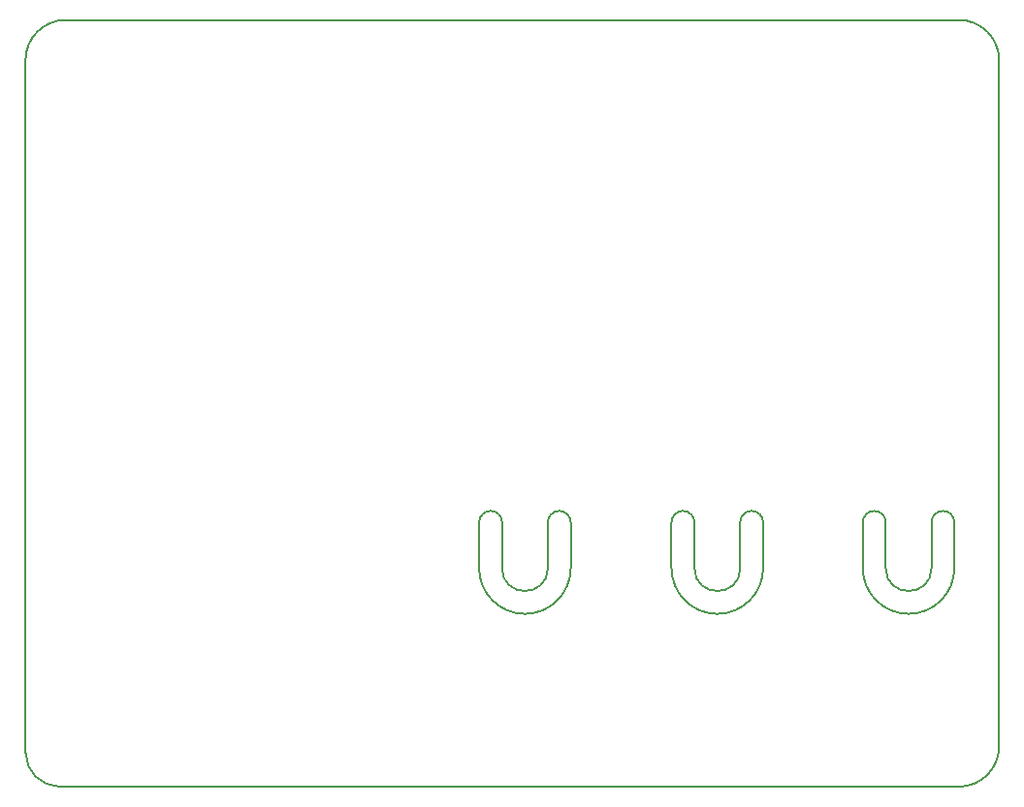
<source format=gbr>
%TF.GenerationSoftware,KiCad,Pcbnew,8.0.6*%
%TF.CreationDate,2024-11-24T19:54:00+01:00*%
%TF.ProjectId,Gaggimate,47616767-696d-4617-9465-2e6b69636164,1.0*%
%TF.SameCoordinates,Original*%
%TF.FileFunction,Profile,NP*%
%FSLAX46Y46*%
G04 Gerber Fmt 4.6, Leading zero omitted, Abs format (unit mm)*
G04 Created by KiCad (PCBNEW 8.0.6) date 2024-11-24 19:54:00*
%MOMM*%
%LPD*%
G01*
G04 APERTURE LIST*
%TA.AperFunction,Profile*%
%ADD10C,0.200000*%
%TD*%
G04 APERTURE END LIST*
D10*
X234800000Y-70000000D02*
G75*
G02*
X235800000Y-69000000I1000000J0D01*
G01*
X207300000Y-74000000D02*
G75*
G02*
X203300000Y-74000000I-2000000J0D01*
G01*
X218100000Y-70000000D02*
X218100000Y-74000000D01*
X246700000Y-89600000D02*
G75*
G02*
X243200000Y-93100000I-3500000J0D01*
G01*
X241800000Y-69000000D02*
G75*
G02*
X242800000Y-70000000I0J-1000000D01*
G01*
X207300000Y-70000000D02*
G75*
G02*
X208300000Y-69000000I1000000J0D01*
G01*
X161700000Y-29600000D02*
X161700000Y-90100000D01*
X220100000Y-74000000D02*
X220100000Y-70000000D01*
X164700000Y-93100000D02*
G75*
G02*
X161700000Y-90100000I0J3000000D01*
G01*
X202300000Y-69000000D02*
G75*
G02*
X203300000Y-70000000I0J-1000000D01*
G01*
X240800000Y-74000000D02*
G75*
G02*
X236800000Y-74000000I-2000000J0D01*
G01*
X201300000Y-70000000D02*
G75*
G02*
X202300000Y-69000000I1000000J0D01*
G01*
X226100000Y-74000000D02*
G75*
G02*
X222100000Y-78000000I-4000000J0D01*
G01*
X201300000Y-70000000D02*
X201300000Y-74000000D01*
X207300000Y-74000000D02*
X207300000Y-70000000D01*
X209300000Y-74000000D02*
X209300000Y-70000000D01*
X205300000Y-78000000D02*
G75*
G02*
X201300000Y-74000000I0J4000000D01*
G01*
X222100000Y-78000000D02*
G75*
G02*
X218100000Y-74000000I0J4000000D01*
G01*
X236800000Y-74000000D02*
X236800000Y-70000000D01*
X242800000Y-74000000D02*
G75*
G02*
X238800000Y-78000000I-4000000J0D01*
G01*
X238800000Y-78000000D02*
G75*
G02*
X234800000Y-74000000I0J4000000D01*
G01*
X246700000Y-89600000D02*
X246700000Y-29600000D01*
X209300000Y-74000000D02*
G75*
G02*
X205300000Y-78000000I-4000000J0D01*
G01*
X240800000Y-74000000D02*
X240800000Y-70000000D01*
X240800000Y-70000000D02*
G75*
G02*
X241800000Y-69000000I1000000J0D01*
G01*
X164700000Y-93100000D02*
X243200000Y-93100000D01*
X243200000Y-26100000D02*
G75*
G02*
X246700000Y-29600000I0J-3500000D01*
G01*
X208300000Y-69000000D02*
G75*
G02*
X209300000Y-70000000I0J-1000000D01*
G01*
X203300000Y-74000000D02*
X203300000Y-70000000D01*
X235800000Y-69000000D02*
G75*
G02*
X236800000Y-70000000I0J-1000000D01*
G01*
X219100000Y-69000000D02*
G75*
G02*
X220100000Y-70000000I0J-1000000D01*
G01*
X224100000Y-74000000D02*
G75*
G02*
X220100000Y-74000000I-2000000J0D01*
G01*
X242800000Y-74000000D02*
X242800000Y-70000000D01*
X224100000Y-70000000D02*
G75*
G02*
X225100000Y-69000000I1000000J0D01*
G01*
X224100000Y-74000000D02*
X224100000Y-70000000D01*
X226100000Y-74000000D02*
X226100000Y-70000000D01*
X218100000Y-70000000D02*
G75*
G02*
X219100000Y-69000000I1000000J0D01*
G01*
X225100000Y-69000000D02*
G75*
G02*
X226100000Y-70000000I0J-1000000D01*
G01*
X161700000Y-29600000D02*
G75*
G02*
X165200000Y-26100000I3500000J0D01*
G01*
X243200000Y-26100000D02*
X165200000Y-26100000D01*
X234800000Y-70000000D02*
X234800000Y-74000000D01*
M02*

</source>
